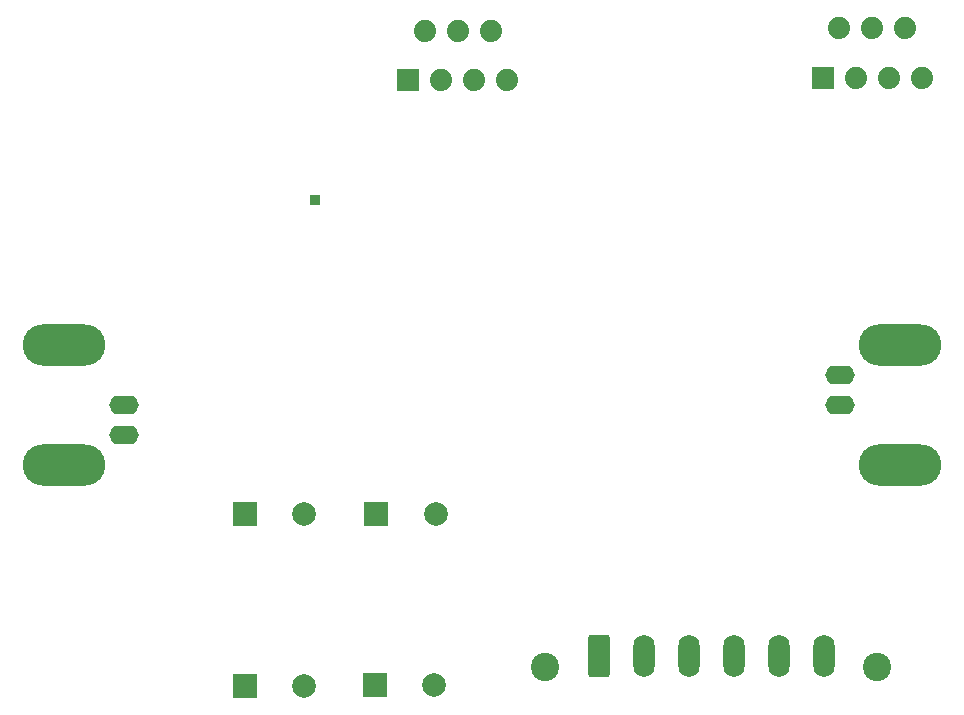
<source format=gbr>
%TF.GenerationSoftware,KiCad,Pcbnew,8.0.4*%
%TF.CreationDate,2024-12-24T16:07:24-06:00*%
%TF.ProjectId,opa548_revised,6f706135-3438-45f7-9265-76697365642e,rev?*%
%TF.SameCoordinates,Original*%
%TF.FileFunction,Soldermask,Bot*%
%TF.FilePolarity,Negative*%
%FSLAX46Y46*%
G04 Gerber Fmt 4.6, Leading zero omitted, Abs format (unit mm)*
G04 Created by KiCad (PCBNEW 8.0.4) date 2024-12-24 16:07:24*
%MOMM*%
%LPD*%
G01*
G04 APERTURE LIST*
G04 Aperture macros list*
%AMRoundRect*
0 Rectangle with rounded corners*
0 $1 Rounding radius*
0 $2 $3 $4 $5 $6 $7 $8 $9 X,Y pos of 4 corners*
0 Add a 4 corners polygon primitive as box body*
4,1,4,$2,$3,$4,$5,$6,$7,$8,$9,$2,$3,0*
0 Add four circle primitives for the rounded corners*
1,1,$1+$1,$2,$3*
1,1,$1+$1,$4,$5*
1,1,$1+$1,$6,$7*
1,1,$1+$1,$8,$9*
0 Add four rect primitives between the rounded corners*
20,1,$1+$1,$2,$3,$4,$5,0*
20,1,$1+$1,$4,$5,$6,$7,0*
20,1,$1+$1,$6,$7,$8,$9,0*
20,1,$1+$1,$8,$9,$2,$3,0*%
G04 Aperture macros list end*
%ADD10R,1.879600X1.879600*%
%ADD11C,1.879600*%
%ADD12R,0.850000X0.850000*%
%ADD13O,2.500000X1.600000*%
%ADD14O,7.000000X3.500000*%
%ADD15C,2.400000*%
%ADD16RoundRect,0.250000X-0.650000X-1.550000X0.650000X-1.550000X0.650000X1.550000X-0.650000X1.550000X0*%
%ADD17O,1.800000X3.600000*%
%ADD18R,2.000000X2.000000*%
%ADD19C,2.000000*%
G04 APERTURE END LIST*
D10*
%TO.C,U2*%
X124618000Y-39500000D03*
D11*
X126015000Y-35309000D03*
X127412000Y-39500000D03*
X128809000Y-35309000D03*
X130206000Y-39500000D03*
X131603000Y-35309000D03*
X133000000Y-39500000D03*
%TD*%
D10*
%TO.C,U1*%
X89506000Y-39700000D03*
D11*
X90903000Y-35509000D03*
X92300000Y-39700000D03*
X93697000Y-35509000D03*
X95094000Y-39700000D03*
X96491000Y-35509000D03*
X97888000Y-39700000D03*
%TD*%
D12*
%TO.C,TP1*%
X81600000Y-49800000D03*
%TD*%
D13*
%TO.C,J5*%
X126050000Y-67200000D03*
D14*
X131130000Y-62120000D03*
D13*
X126050000Y-64660000D03*
D14*
X131130000Y-72280000D03*
%TD*%
D15*
%TO.C,J2*%
X101130000Y-89367500D03*
X129180000Y-89367500D03*
D16*
X105630000Y-88467500D03*
D17*
X109440000Y-88467500D03*
X113250000Y-88467500D03*
X117060000Y-88467500D03*
X120870000Y-88467500D03*
X124680000Y-88467500D03*
%TD*%
D13*
%TO.C,J1*%
X65480000Y-67180000D03*
D14*
X60400000Y-72260000D03*
D13*
X65480000Y-69720000D03*
D14*
X60400000Y-62100000D03*
%TD*%
D18*
%TO.C,C9*%
X86832323Y-76400000D03*
D19*
X91832323Y-76400000D03*
%TD*%
D18*
%TO.C,C8*%
X75732323Y-76400000D03*
D19*
X80732323Y-76400000D03*
%TD*%
D18*
%TO.C,C7*%
X75732323Y-91000000D03*
D19*
X80732323Y-91000000D03*
%TD*%
D18*
%TO.C,C6*%
X86732323Y-90900000D03*
D19*
X91732323Y-90900000D03*
%TD*%
M02*

</source>
